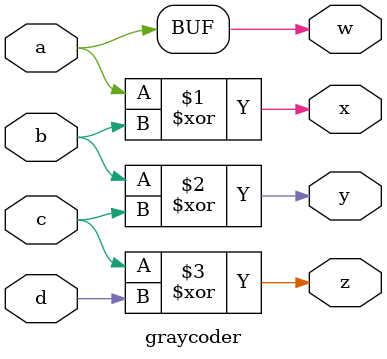
<source format=v>
`timescale 1ns / 1ps


module graycoder(
    input a,
    input b,
    input c,
    input d,
    output w,
    output x,
    output y,
    output z
    );
    
assign w = a;
assign x = a ^ b;
assign y = b ^ c;
assign z = c ^ d;
  
endmodule

</source>
